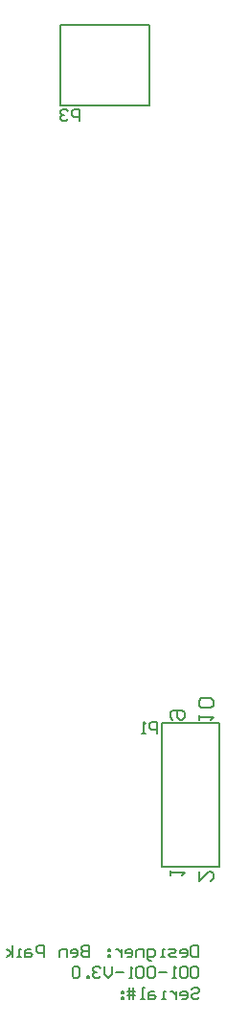
<source format=gbo>
G04*
G04 #@! TF.GenerationSoftware,Altium Limited,CircuitStudio,1.5.1 (13)*
G04*
G04 Layer_Color=13948096*
%FSLAX44Y44*%
%MOMM*%
G71*
G01*
G75*
%ADD84C,0.2000*%
%ADD95C,0.1700*%
%ADD96C,0.1700*%
%ADD145C,0.2032*%
D84*
X341376Y1305052D02*
X420116D01*
Y1233932D02*
Y1305052D01*
X341376Y1233932D02*
Y1305052D01*
Y1233932D02*
X420116D01*
X431292Y689356D02*
X482092D01*
X431292Y562356D02*
X482092D01*
Y689356D01*
X431292Y562356D02*
Y689356D01*
D95*
X358140Y1220978D02*
Y1230975D01*
X353142D01*
X351475Y1229308D01*
Y1225976D01*
X353142Y1224310D01*
X358140D01*
X348143Y1229308D02*
X346477Y1230975D01*
X343145D01*
X341479Y1229308D01*
Y1227642D01*
X343145Y1225976D01*
X344811D01*
X343145D01*
X341479Y1224310D01*
Y1222644D01*
X343145Y1220978D01*
X346477D01*
X348143Y1222644D01*
X463804Y492343D02*
Y482346D01*
X458806D01*
X457139Y484012D01*
Y490676D01*
X458806Y492343D01*
X463804D01*
X448809Y482346D02*
X452141D01*
X453807Y484012D01*
Y487344D01*
X452141Y489010D01*
X448809D01*
X447143Y487344D01*
Y485678D01*
X453807D01*
X443810Y482346D02*
X438812D01*
X437146Y484012D01*
X438812Y485678D01*
X442144D01*
X443810Y487344D01*
X442144Y489010D01*
X437146D01*
X433814Y482346D02*
X430481D01*
X432147D01*
Y489010D01*
X433814D01*
X422151Y479014D02*
X420485D01*
X418819Y480680D01*
Y489010D01*
X423817D01*
X425483Y487344D01*
Y484012D01*
X423817Y482346D01*
X418819D01*
X415486D02*
Y489010D01*
X410488D01*
X408822Y487344D01*
Y482346D01*
X400491D02*
X403823D01*
X405490Y484012D01*
Y487344D01*
X403823Y489010D01*
X400491D01*
X398825Y487344D01*
Y485678D01*
X405490D01*
X395493Y489010D02*
Y482346D01*
Y485678D01*
X393827Y487344D01*
X392160Y489010D01*
X390494D01*
X385496D02*
X383830D01*
Y487344D01*
X385496D01*
Y489010D01*
Y484012D02*
X383830D01*
Y482346D01*
X385496D01*
Y484012D01*
X367169Y492343D02*
Y482346D01*
X362170D01*
X360504Y484012D01*
Y485678D01*
X362170Y487344D01*
X367169D01*
X362170D01*
X360504Y489010D01*
Y490676D01*
X362170Y492343D01*
X367169D01*
X352174Y482346D02*
X355506D01*
X357172Y484012D01*
Y487344D01*
X355506Y489010D01*
X352174D01*
X350507Y487344D01*
Y485678D01*
X357172D01*
X347175Y482346D02*
Y489010D01*
X342177D01*
X340511Y487344D01*
Y482346D01*
X327182D02*
Y492343D01*
X322183D01*
X320517Y490676D01*
Y487344D01*
X322183Y485678D01*
X327182D01*
X315519Y489010D02*
X312187D01*
X310520Y487344D01*
Y482346D01*
X315519D01*
X317185Y484012D01*
X315519Y485678D01*
X310520D01*
X307188Y482346D02*
X303856D01*
X305522D01*
Y489010D01*
X307188D01*
X298857Y482346D02*
Y492343D01*
Y485678D02*
X293859Y489010D01*
X298857Y485678D02*
X293859Y482346D01*
X463804Y471880D02*
X462138Y473547D01*
X458806D01*
X457139Y471880D01*
Y465216D01*
X458806Y463550D01*
X462138D01*
X463804Y465216D01*
Y471880D01*
X453807D02*
X452141Y473547D01*
X448809D01*
X447143Y471880D01*
Y465216D01*
X448809Y463550D01*
X452141D01*
X453807Y465216D01*
Y471880D01*
X443810Y463550D02*
X440478D01*
X442144D01*
Y473547D01*
X443810Y471880D01*
X435480Y468548D02*
X428815D01*
X425483Y471880D02*
X423817Y473547D01*
X420485D01*
X418819Y471880D01*
Y465216D01*
X420485Y463550D01*
X423817D01*
X425483Y465216D01*
Y471880D01*
X415486D02*
X413820Y473547D01*
X410488D01*
X408822Y471880D01*
Y465216D01*
X410488Y463550D01*
X413820D01*
X415486Y465216D01*
Y471880D01*
X405490Y463550D02*
X402157D01*
X403823D01*
Y473547D01*
X405490Y471880D01*
X397159Y468548D02*
X390494D01*
X387162Y473547D02*
Y466882D01*
X383830Y463550D01*
X380498Y466882D01*
Y473547D01*
X377165Y471880D02*
X375499Y473547D01*
X372167D01*
X370501Y471880D01*
Y470214D01*
X372167Y468548D01*
X373833D01*
X372167D01*
X370501Y466882D01*
Y465216D01*
X372167Y463550D01*
X375499D01*
X377165Y465216D01*
X367169Y463550D02*
Y465216D01*
X365503D01*
Y463550D01*
X367169D01*
X358838Y471880D02*
X357172Y473547D01*
X353840D01*
X352174Y471880D01*
Y465216D01*
X353840Y463550D01*
X357172D01*
X358838Y465216D01*
Y471880D01*
X457647Y453847D02*
X459314Y455513D01*
X462646D01*
X464312Y453847D01*
Y452180D01*
X462646Y450514D01*
X459314D01*
X457647Y448848D01*
Y447182D01*
X459314Y445516D01*
X462646D01*
X464312Y447182D01*
X449317Y445516D02*
X452649D01*
X454315Y447182D01*
Y450514D01*
X452649Y452180D01*
X449317D01*
X447651Y450514D01*
Y448848D01*
X454315D01*
X444318Y452180D02*
Y445516D01*
Y448848D01*
X442652Y450514D01*
X440986Y452180D01*
X439320D01*
X434322Y445516D02*
X430989D01*
X432655D01*
Y452180D01*
X434322D01*
X424325D02*
X420993D01*
X419327Y450514D01*
Y445516D01*
X424325D01*
X425991Y447182D01*
X424325Y448848D01*
X419327D01*
X415994Y445516D02*
X412662D01*
X414328D01*
Y455513D01*
X415994D01*
X405998Y445516D02*
Y455513D01*
X402665D02*
Y445516D01*
X407664Y452180D02*
X402665D01*
X400999D01*
X407664Y448848D02*
X400999D01*
X397667Y452180D02*
X396001D01*
Y450514D01*
X397667D01*
Y452180D01*
Y447182D02*
X396001D01*
Y445516D01*
X397667D01*
Y447182D01*
D96*
X426974Y679704D02*
Y689701D01*
X421976D01*
X420309Y688035D01*
Y684702D01*
X421976Y683036D01*
X426974D01*
X416977Y679704D02*
X413645D01*
X415311D01*
Y689701D01*
X416977Y688035D01*
D145*
X464312Y558120D02*
Y549656D01*
X472776Y558120D01*
X474892D01*
X477008Y556004D01*
Y551772D01*
X474892Y549656D01*
X438912Y554736D02*
Y558968D01*
Y556852D01*
X451608D01*
X449492Y554736D01*
X441028Y691896D02*
X438912Y694012D01*
Y698244D01*
X441028Y700360D01*
X449492D01*
X451608Y698244D01*
Y694012D01*
X449492Y691896D01*
X447376D01*
X445260Y694012D01*
Y700360D01*
X464312Y691896D02*
Y696128D01*
Y694012D01*
X477008D01*
X474892Y691896D01*
Y702476D02*
X477008Y704592D01*
Y708824D01*
X474892Y710940D01*
X466428D01*
X464312Y708824D01*
Y704592D01*
X466428Y702476D01*
X474892D01*
M02*

</source>
